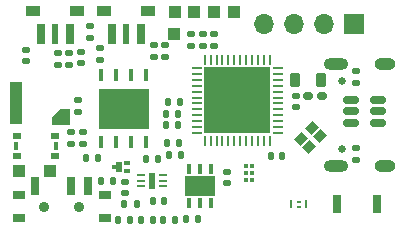
<source format=gbr>
%TF.GenerationSoftware,KiCad,Pcbnew,8.0.5*%
%TF.CreationDate,2024-12-17T02:27:59+01:00*%
%TF.ProjectId,hardware v5,68617264-7761-4726-9520-76352e6b6963,rev?*%
%TF.SameCoordinates,Original*%
%TF.FileFunction,Soldermask,Top*%
%TF.FilePolarity,Negative*%
%FSLAX46Y46*%
G04 Gerber Fmt 4.6, Leading zero omitted, Abs format (unit mm)*
G04 Created by KiCad (PCBNEW 8.0.5) date 2024-12-17 02:27:59*
%MOMM*%
%LPD*%
G01*
G04 APERTURE LIST*
G04 Aperture macros list*
%AMRoundRect*
0 Rectangle with rounded corners*
0 $1 Rounding radius*
0 $2 $3 $4 $5 $6 $7 $8 $9 X,Y pos of 4 corners*
0 Add a 4 corners polygon primitive as box body*
4,1,4,$2,$3,$4,$5,$6,$7,$8,$9,$2,$3,0*
0 Add four circle primitives for the rounded corners*
1,1,$1+$1,$2,$3*
1,1,$1+$1,$4,$5*
1,1,$1+$1,$6,$7*
1,1,$1+$1,$8,$9*
0 Add four rect primitives between the rounded corners*
20,1,$1+$1,$2,$3,$4,$5,0*
20,1,$1+$1,$4,$5,$6,$7,0*
20,1,$1+$1,$6,$7,$8,$9,0*
20,1,$1+$1,$8,$9,$2,$3,0*%
%AMRotRect*
0 Rectangle, with rotation*
0 The origin of the aperture is its center*
0 $1 length*
0 $2 width*
0 $3 Rotation angle, in degrees counterclockwise*
0 Add horizontal line*
21,1,$1,$2,0,0,$3*%
%AMOutline4P*
0 Free polygon, 4 corners , with rotation*
0 The origin of the aperture is its center*
0 number of corners: always 4*
0 $1 to $8 corner X, Y*
0 $9 Rotation angle, in degrees counterclockwise*
0 create outline with 4 corners*
4,1,4,$1,$2,$3,$4,$5,$6,$7,$8,$1,$2,$9*%
%AMOutline5P*
0 Free polygon, 5 corners , with rotation*
0 The origin of the aperture is its center*
0 number of corners: always 5*
0 $1 to $10 corner X, Y*
0 $11 Rotation angle, in degrees counterclockwise*
0 create outline with 5 corners*
4,1,5,$1,$2,$3,$4,$5,$6,$7,$8,$9,$10,$1,$2,$11*%
%AMOutline6P*
0 Free polygon, 6 corners , with rotation*
0 The origin of the aperture is its center*
0 number of corners: always 6*
0 $1 to $12 corner X, Y*
0 $13 Rotation angle, in degrees counterclockwise*
0 create outline with 6 corners*
4,1,6,$1,$2,$3,$4,$5,$6,$7,$8,$9,$10,$11,$12,$1,$2,$13*%
%AMOutline7P*
0 Free polygon, 7 corners , with rotation*
0 The origin of the aperture is its center*
0 number of corners: always 7*
0 $1 to $14 corner X, Y*
0 $15 Rotation angle, in degrees counterclockwise*
0 create outline with 7 corners*
4,1,7,$1,$2,$3,$4,$5,$6,$7,$8,$9,$10,$11,$12,$13,$14,$1,$2,$15*%
%AMOutline8P*
0 Free polygon, 8 corners , with rotation*
0 The origin of the aperture is its center*
0 number of corners: always 8*
0 $1 to $16 corner X, Y*
0 $17 Rotation angle, in degrees counterclockwise*
0 create outline with 8 corners*
4,1,8,$1,$2,$3,$4,$5,$6,$7,$8,$9,$10,$11,$12,$13,$14,$15,$16,$1,$2,$17*%
G04 Aperture macros list end*
%ADD10RoundRect,0.135000X0.185000X-0.135000X0.185000X0.135000X-0.185000X0.135000X-0.185000X-0.135000X0*%
%ADD11RoundRect,0.140000X-0.170000X0.140000X-0.170000X-0.140000X0.170000X-0.140000X0.170000X0.140000X0*%
%ADD12RoundRect,0.135000X-0.135000X-0.185000X0.135000X-0.185000X0.135000X0.185000X-0.135000X0.185000X0*%
%ADD13RoundRect,0.140000X0.140000X0.170000X-0.140000X0.170000X-0.140000X-0.170000X0.140000X-0.170000X0*%
%ADD14R,1.000000X1.000000*%
%ADD15R,0.800000X1.600000*%
%ADD16R,0.275000X0.700000*%
%ADD17R,0.450000X0.245000*%
%ADD18RotRect,0.775000X0.875000X315.000000*%
%ADD19RoundRect,0.135000X0.135000X0.185000X-0.135000X0.185000X-0.135000X-0.185000X0.135000X-0.185000X0*%
%ADD20RoundRect,0.160000X0.222500X0.160000X-0.222500X0.160000X-0.222500X-0.160000X0.222500X-0.160000X0*%
%ADD21R,1.700000X1.700000*%
%ADD22O,1.700000X1.700000*%
%ADD23R,0.799999X0.250000*%
%ADD24R,0.610000X1.420000*%
%ADD25RoundRect,0.140000X-0.140000X-0.170000X0.140000X-0.170000X0.140000X0.170000X-0.140000X0.170000X0*%
%ADD26RoundRect,0.062500X-0.375000X-0.062500X0.375000X-0.062500X0.375000X0.062500X-0.375000X0.062500X0*%
%ADD27RoundRect,0.062500X-0.062500X-0.375000X0.062500X-0.375000X0.062500X0.375000X-0.062500X0.375000X0*%
%ADD28R,5.600000X5.600000*%
%ADD29R,0.300000X0.300000*%
%ADD30RoundRect,0.150000X-0.512500X-0.150000X0.512500X-0.150000X0.512500X0.150000X-0.512500X0.150000X0*%
%ADD31Outline5P,-0.650000X0.750000X0.650000X0.750000X0.650000X-0.750000X0.000000X-0.750000X-0.650000X-0.100000X270.000000*%
%ADD32R,1.100000X3.600000*%
%ADD33R,0.300000X0.850000*%
%ADD34R,2.500000X1.700000*%
%ADD35R,0.750000X1.800000*%
%ADD36R,0.600000X1.800000*%
%ADD37R,1.300000X0.900000*%
%ADD38RoundRect,0.135000X-0.185000X0.135000X-0.185000X-0.135000X0.185000X-0.135000X0.185000X0.135000X0*%
%ADD39RoundRect,0.218750X-0.218750X-0.381250X0.218750X-0.381250X0.218750X0.381250X-0.218750X0.381250X0*%
%ADD40RoundRect,0.140000X0.170000X-0.140000X0.170000X0.140000X-0.170000X0.140000X-0.170000X-0.140000X0*%
%ADD41C,0.900000*%
%ADD42R,0.700000X1.600000*%
%ADD43R,0.700000X1.500000*%
%ADD44R,1.000000X0.800000*%
%ADD45R,0.450000X1.050000*%
%ADD46R,4.350000X3.450000*%
%ADD47RoundRect,0.147500X-0.172500X0.147500X-0.172500X-0.147500X0.172500X-0.147500X0.172500X0.147500X0*%
%ADD48R,0.650000X0.600000*%
%ADD49R,0.350000X0.700000*%
%ADD50R,0.500000X0.350000*%
%ADD51R,0.340000X0.330000*%
%ADD52Outline4P,-0.450000X-0.220000X0.450000X-0.220000X0.450000X0.220000X-0.450000X0.220000X90.000000*%
%ADD53C,0.650000*%
%ADD54O,1.800000X1.000000*%
%ADD55O,2.100000X1.000000*%
G04 APERTURE END LIST*
D10*
%TO.C,R22*%
X126190000Y-94120000D03*
X126190000Y-93100000D03*
%TD*%
D11*
%TO.C,C18*%
X125590000Y-102130000D03*
X125590000Y-103090000D03*
%TD*%
D12*
%TO.C,R4*%
X132430000Y-109520000D03*
X133450000Y-109520000D03*
%TD*%
D13*
%TO.C,C11*%
X126860000Y-104300000D03*
X125900000Y-104300000D03*
%TD*%
D11*
%TO.C,C21*%
X135760000Y-93840000D03*
X135760000Y-94800000D03*
%TD*%
D14*
%TO.C,REF\u002A\u002A*%
X133380000Y-91910000D03*
%TD*%
D15*
%TO.C,ANT1*%
X147110000Y-108220000D03*
X150510000Y-108220000D03*
%TD*%
D16*
%TO.C,FL1*%
X143265000Y-108230000D03*
D17*
X143877000Y-108457000D03*
D16*
X144490000Y-108230000D03*
D17*
X143877000Y-108003000D03*
%TD*%
D18*
%TO.C,Y1*%
X145016066Y-101765212D03*
X144115212Y-102666066D03*
X144803934Y-103354788D03*
X145704788Y-102453934D03*
%TD*%
D19*
%TO.C,R17*%
X130160000Y-108230000D03*
X129140000Y-108230000D03*
%TD*%
D14*
%TO.C,REF\u002A\u002A*%
X136720000Y-91930000D03*
%TD*%
D20*
%TO.C,L2*%
X145852500Y-99040000D03*
X144707500Y-99040000D03*
%TD*%
D21*
%TO.C,J3*%
X148570000Y-92965000D03*
D22*
X146030000Y-92965000D03*
X143490000Y-92965000D03*
X140950000Y-92965000D03*
%TD*%
D23*
%TO.C,U2*%
X130500000Y-105710000D03*
X130500000Y-106209999D03*
X130500000Y-106709998D03*
X132400002Y-106709998D03*
X132400002Y-106209999D03*
X132400002Y-105710000D03*
D24*
X131450001Y-106209999D03*
%TD*%
D14*
%TO.C,REF\u002A\u002A*%
X138400000Y-91940000D03*
%TD*%
D25*
%TO.C,C3*%
X131540000Y-107980000D03*
X132500000Y-107980000D03*
%TD*%
D26*
%TO.C,U1*%
X135245000Y-96680000D03*
X135245000Y-97180000D03*
X135245000Y-97680000D03*
X135245000Y-98180000D03*
X135245000Y-98680000D03*
X135245000Y-99180000D03*
X135245000Y-99680000D03*
X135245000Y-100180000D03*
X135245000Y-100680000D03*
X135245000Y-101180000D03*
X135245000Y-101680000D03*
X135245000Y-102180000D03*
D27*
X135932500Y-102867500D03*
X136432500Y-102867500D03*
X136932500Y-102867500D03*
X137432500Y-102867500D03*
X137932500Y-102867500D03*
X138432500Y-102867500D03*
X138932500Y-102867500D03*
X139432500Y-102867500D03*
X139932500Y-102867500D03*
X140432500Y-102867500D03*
X140932500Y-102867500D03*
X141432500Y-102867500D03*
D26*
X142120000Y-102180000D03*
X142120000Y-101680000D03*
X142120000Y-101180000D03*
X142120000Y-100680000D03*
X142120000Y-100180000D03*
X142120000Y-99680000D03*
X142120000Y-99180000D03*
X142120000Y-98680000D03*
X142120000Y-98180000D03*
X142120000Y-97680000D03*
X142120000Y-97180000D03*
X142120000Y-96680000D03*
D27*
X141432500Y-95992500D03*
X140932500Y-95992500D03*
X140432500Y-95992500D03*
X139932500Y-95992500D03*
X139432500Y-95992500D03*
X138932500Y-95992500D03*
X138432500Y-95992500D03*
X137932500Y-95992500D03*
X137432500Y-95992500D03*
X136932500Y-95992500D03*
X136432500Y-95992500D03*
X135932500Y-95992500D03*
D28*
X138682500Y-99430000D03*
%TD*%
D29*
%TO.C,IC1*%
X139930000Y-106134000D03*
X139930000Y-105547000D03*
X139930000Y-104960000D03*
X139430000Y-106134000D03*
X139430000Y-105547000D03*
X139430000Y-104960000D03*
%TD*%
D30*
%TO.C,U4*%
X148320000Y-99410000D03*
X148320000Y-100360000D03*
X148320000Y-101310000D03*
X150595000Y-101310000D03*
X150595000Y-100360000D03*
X150595000Y-99410000D03*
%TD*%
D10*
%TO.C,R16*%
X124590000Y-103140000D03*
X124590000Y-102120000D03*
%TD*%
D14*
%TO.C,REF\u002A\u002A*%
X135040000Y-91900000D03*
%TD*%
D10*
%TO.C,R8*%
X127060000Y-95990000D03*
X127060000Y-94970000D03*
%TD*%
D31*
%TO.C,BT1*%
X123760000Y-100810000D03*
D32*
X119970000Y-99660000D03*
%TD*%
D14*
%TO.C,TP1*%
X120210000Y-105400000D03*
%TD*%
D33*
%TO.C,IC3*%
X134590000Y-108150000D03*
X135540000Y-108150000D03*
X136490000Y-108150000D03*
X136490000Y-105250000D03*
X135540000Y-105250000D03*
X134590000Y-105250000D03*
D34*
X135540000Y-106700000D03*
%TD*%
D11*
%TO.C,C26*%
X134770000Y-93840000D03*
X134770000Y-94800000D03*
%TD*%
D19*
%TO.C,R12*%
X133890000Y-104050000D03*
X132870000Y-104050000D03*
%TD*%
D35*
%TO.C,S1*%
X124505000Y-93840000D03*
D36*
X123280000Y-93840000D03*
D35*
X122055000Y-93840000D03*
D37*
X125130000Y-91890000D03*
X121430000Y-91890000D03*
%TD*%
D38*
%TO.C,R9*%
X131610000Y-94710000D03*
X131610000Y-95730000D03*
%TD*%
D13*
%TO.C,C23*%
X142500000Y-104090000D03*
X141540000Y-104090000D03*
%TD*%
D39*
%TO.C,L1*%
X143617500Y-97700000D03*
X145742500Y-97700000D03*
%TD*%
D19*
%TO.C,R6*%
X128170000Y-106230000D03*
X127150000Y-106230000D03*
%TD*%
D38*
%TO.C,R10*%
X124480000Y-95380000D03*
X124480000Y-96400000D03*
%TD*%
D40*
%TO.C,C6*%
X132600000Y-95710000D03*
X132600000Y-94750000D03*
%TD*%
D10*
%TO.C,R7*%
X123490000Y-96410000D03*
X123490000Y-95390000D03*
%TD*%
D25*
%TO.C,C17*%
X132850000Y-99590000D03*
X133810000Y-99590000D03*
%TD*%
D38*
%TO.C,R15*%
X148780000Y-103460000D03*
X148780000Y-104480000D03*
%TD*%
D10*
%TO.C,R13*%
X136740000Y-94820000D03*
X136740000Y-93800000D03*
%TD*%
D40*
%TO.C,C8*%
X125230000Y-100390000D03*
X125230000Y-99430000D03*
%TD*%
D12*
%TO.C,R11*%
X132760000Y-103060000D03*
X133780000Y-103060000D03*
%TD*%
%TO.C,R3*%
X130960000Y-104380000D03*
X131980000Y-104380000D03*
%TD*%
D41*
%TO.C,SW1*%
X122330000Y-108435000D03*
X125330000Y-108435000D03*
D42*
X126080000Y-106685000D03*
D43*
X124580000Y-106685000D03*
X121580000Y-106685000D03*
D44*
X120180000Y-107470000D03*
X120180000Y-109400000D03*
X127480000Y-107470000D03*
X127480000Y-109400000D03*
%TD*%
D11*
%TO.C,C5*%
X137820000Y-105480000D03*
X137820000Y-106440000D03*
%TD*%
D45*
%TO.C,IC2*%
X130985000Y-97260000D03*
X129715000Y-97260000D03*
X128445000Y-97260000D03*
X127175000Y-97260000D03*
X127175000Y-102960000D03*
X128445000Y-102960000D03*
X129715000Y-102960000D03*
X130985000Y-102960000D03*
D46*
X129080000Y-100110000D03*
%TD*%
D47*
%TO.C,D1*%
X129210000Y-106335000D03*
X129210000Y-107305000D03*
%TD*%
D10*
%TO.C,R14*%
X148750000Y-97950000D03*
X148750000Y-96930000D03*
%TD*%
D14*
%TO.C,TP2*%
X122820000Y-105360000D03*
%TD*%
D25*
%TO.C,C15*%
X132670000Y-101510000D03*
X133630000Y-101510000D03*
%TD*%
D48*
%TO.C,S3*%
X120070000Y-102450000D03*
X123220000Y-102450000D03*
X120070000Y-104150000D03*
X123220000Y-104150000D03*
D49*
X119920000Y-103300000D03*
X123370000Y-103300000D03*
%TD*%
D40*
%TO.C,C14*%
X120830000Y-96080000D03*
X120830000Y-95120000D03*
%TD*%
D50*
%TO.C,Q1*%
X129330000Y-105405000D03*
X129330000Y-104755000D03*
D51*
X128250000Y-105080000D03*
D52*
X128640000Y-105080000D03*
%TD*%
D19*
%TO.C,R5*%
X131550000Y-109530000D03*
X130530000Y-109530000D03*
%TD*%
D13*
%TO.C,C4*%
X135340000Y-109500000D03*
X134380000Y-109500000D03*
%TD*%
D40*
%TO.C,C7*%
X125470000Y-96290000D03*
X125470000Y-95330000D03*
%TD*%
D14*
%TO.C,REF\u002A\u002A*%
X133350000Y-93820000D03*
%TD*%
D40*
%TO.C,C1*%
X143700000Y-99990000D03*
X143700000Y-99030000D03*
%TD*%
D35*
%TO.C,S2*%
X130505000Y-93790000D03*
D36*
X129280000Y-93790000D03*
D35*
X128055000Y-93790000D03*
D37*
X131130000Y-91840000D03*
X127430000Y-91840000D03*
%TD*%
D19*
%TO.C,R18*%
X129590000Y-109510000D03*
X128570000Y-109510000D03*
%TD*%
D25*
%TO.C,C16*%
X132680000Y-100560000D03*
X133640000Y-100560000D03*
%TD*%
D53*
%TO.C,J2*%
X147560000Y-97780000D03*
X147560000Y-103560000D03*
D54*
X151240000Y-96350000D03*
D55*
X147060000Y-96350000D03*
D54*
X151240000Y-104990000D03*
D55*
X147060000Y-104990000D03*
%TD*%
M02*

</source>
